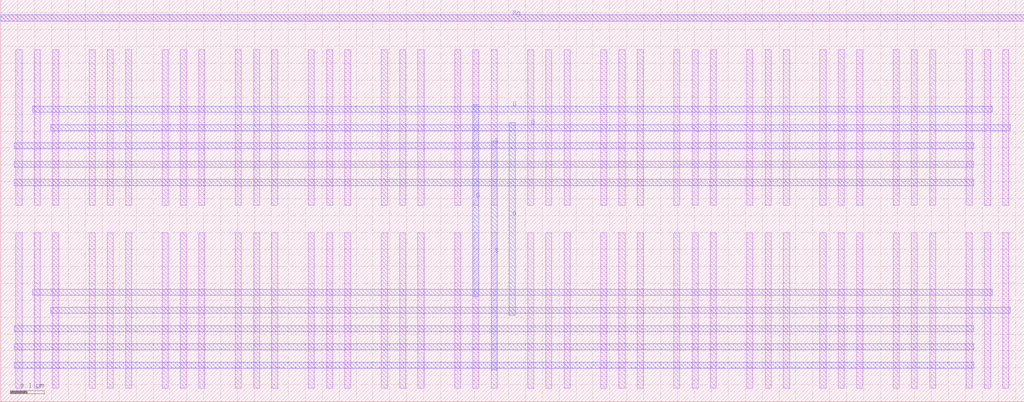
<source format=lef>
MACRO Switch_NMOS_n12_X3_Y3
  ORIGIN 0 0 ;
  FOREIGN Switch_NMOS_n12_X3_Y3 0 0 ;
  SIZE 1.296 BY 1.728 ;
  PIN S
    DIRECTION INOUT ;
    USE SIGNAL ;
    PORT
      LAYER M2 ;
        RECT 0.040 0.099 1.148 0.117 ;
      LAYER M2 ;
        RECT 0.040 0.153 1.148 0.171 ;
      LAYER M2 ;
        RECT 0.040 0.207 1.148 0.225 ;
      LAYER M2 ;
        RECT 0.040 0.639 1.148 0.657 ;
      LAYER M2 ;
        RECT 0.040 0.693 1.148 0.711 ;
      LAYER M2 ;
        RECT 0.040 0.747 1.148 0.765 ;
      LAYER M2 ;
        RECT 0.040 1.179 1.148 1.197 ;
      LAYER M2 ;
        RECT 0.040 1.233 1.148 1.251 ;
      LAYER M2 ;
        RECT 0.040 1.287 1.148 1.305 ;
      LAYER M3 ;
        RECT 0.585 0.094 0.603 1.310 ;
    END
  END S
  PIN D
    DIRECTION INOUT ;
    USE SIGNAL ;
    PORT
      LAYER M2 ;
        RECT 0.148 0.261 1.256 0.279 ;
      LAYER M2 ;
        RECT 0.148 0.801 1.256 0.819 ;
      LAYER M2 ;
        RECT 0.148 1.341 1.256 1.359 ;
      LAYER M3 ;
        RECT 0.639 0.256 0.657 1.364 ;
    END
  END D
  PIN G
    DIRECTION INOUT ;
    USE SIGNAL ;
    PORT
      LAYER M2 ;
        RECT 0.094 0.315 1.202 0.333 ;
      LAYER M2 ;
        RECT 0.094 0.855 1.202 0.873 ;
      LAYER M2 ;
        RECT 0.094 1.395 1.202 1.413 ;
      LAYER M3 ;
        RECT 0.531 0.310 0.549 1.418 ;
    END
  END G
  PIN Bg
    DIRECTION INOUT ;
    USE SIGNAL ;
    PORT
      LAYER M2 ;
        RECT 0.0 1.665 1.296 1.683 ;
    END
  END Bg
  OBS
    LAYER M1 ;
      RECT 0.0 1.665 1.296 1.683 ;
    LAYER M1 ;
      RECT 0.099 0.040 0.117 0.500 ;
    LAYER M1 ;
      RECT 0.099 0.580 0.117 1.040 ;
    LAYER M1 ;
      RECT 0.099 1.120 0.117 1.580 ;
    LAYER M1 ;
      RECT 0.315 0.040 0.333 0.500 ;
    LAYER M1 ;
      RECT 0.315 0.580 0.333 1.040 ;
    LAYER M1 ;
      RECT 0.315 1.120 0.333 1.580 ;
    LAYER M1 ;
      RECT 0.531 0.040 0.549 0.500 ;
    LAYER M1 ;
      RECT 0.531 0.580 0.549 1.040 ;
    LAYER M1 ;
      RECT 0.531 1.120 0.549 1.580 ;
    LAYER M1 ;
      RECT 0.747 0.040 0.765 0.500 ;
    LAYER M1 ;
      RECT 0.747 0.580 0.765 1.040 ;
    LAYER M1 ;
      RECT 0.747 1.120 0.765 1.580 ;
    LAYER M1 ;
      RECT 0.963 0.040 0.981 0.500 ;
    LAYER M1 ;
      RECT 0.963 0.580 0.981 1.040 ;
    LAYER M1 ;
      RECT 0.963 1.120 0.981 1.580 ;
    LAYER M1 ;
      RECT 1.179 0.040 1.197 0.500 ;
    LAYER M1 ;
      RECT 1.179 0.580 1.197 1.040 ;
    LAYER M1 ;
      RECT 1.179 1.120 1.197 1.580 ;
    LAYER M1 ;
      RECT 0.045 0.040 0.063 0.500 ;
    LAYER M1 ;
      RECT 0.045 0.580 0.063 1.040 ;
    LAYER M1 ;
      RECT 0.045 1.120 0.063 1.580 ;
    LAYER M1 ;
      RECT 0.261 0.040 0.279 0.500 ;
    LAYER M1 ;
      RECT 0.261 0.580 0.279 1.040 ;
    LAYER M1 ;
      RECT 0.261 1.120 0.279 1.580 ;
    LAYER M1 ;
      RECT 0.477 0.040 0.495 0.500 ;
    LAYER M1 ;
      RECT 0.477 0.580 0.495 1.040 ;
    LAYER M1 ;
      RECT 0.477 1.120 0.495 1.580 ;
    LAYER M1 ;
      RECT 0.693 0.040 0.711 0.500 ;
    LAYER M1 ;
      RECT 0.693 0.580 0.711 1.040 ;
    LAYER M1 ;
      RECT 0.693 1.120 0.711 1.580 ;
    LAYER M1 ;
      RECT 0.909 0.040 0.927 0.500 ;
    LAYER M1 ;
      RECT 0.909 0.580 0.927 1.040 ;
    LAYER M1 ;
      RECT 0.909 1.120 0.927 1.580 ;
    LAYER M1 ;
      RECT 1.125 0.040 1.143 0.500 ;
    LAYER M1 ;
      RECT 1.125 0.580 1.143 1.040 ;
    LAYER M1 ;
      RECT 1.125 1.120 1.143 1.580 ;
    LAYER M1 ;
      RECT 0.153 0.040 0.171 0.500 ;
    LAYER M1 ;
      RECT 0.153 0.580 0.171 1.040 ;
    LAYER M1 ;
      RECT 0.153 1.120 0.171 1.580 ;
    LAYER M1 ;
      RECT 0.369 0.040 0.387 0.500 ;
    LAYER M1 ;
      RECT 0.369 0.580 0.387 1.040 ;
    LAYER M1 ;
      RECT 0.369 1.120 0.387 1.580 ;
    LAYER M1 ;
      RECT 0.585 0.040 0.603 0.500 ;
    LAYER M1 ;
      RECT 0.585 0.580 0.603 1.040 ;
    LAYER M1 ;
      RECT 0.585 1.120 0.603 1.580 ;
    LAYER M1 ;
      RECT 0.801 0.040 0.819 0.500 ;
    LAYER M1 ;
      RECT 0.801 0.580 0.819 1.040 ;
    LAYER M1 ;
      RECT 0.801 1.120 0.819 1.580 ;
    LAYER M1 ;
      RECT 1.017 0.040 1.035 0.500 ;
    LAYER M1 ;
      RECT 1.017 0.580 1.035 1.040 ;
    LAYER M1 ;
      RECT 1.017 1.120 1.035 1.580 ;
    LAYER M1 ;
      RECT 1.233 0.040 1.251 0.500 ;
    LAYER M1 ;
      RECT 1.233 0.580 1.251 1.040 ;
    LAYER M1 ;
      RECT 1.233 1.120 1.251 1.580 ;
  END
END Switch_NMOS_n12_X3_Y3
MACRO Switch_NMOS_n12_X4_Y2
  ORIGIN 0 0 ;
  FOREIGN Switch_NMOS_n12_X4_Y2 0 0 ;
  SIZE 1.728 BY 1.188 ;
  PIN S
    DIRECTION INOUT ;
    USE SIGNAL ;
    PORT
      LAYER M2 ;
        RECT 0.040 0.099 1.580 0.117 ;
      LAYER M2 ;
        RECT 0.040 0.153 1.580 0.171 ;
      LAYER M2 ;
        RECT 0.040 0.207 1.580 0.225 ;
      LAYER M2 ;
        RECT 0.040 0.639 1.580 0.657 ;
      LAYER M2 ;
        RECT 0.040 0.693 1.580 0.711 ;
      LAYER M2 ;
        RECT 0.040 0.747 1.580 0.765 ;
      LAYER M3 ;
        RECT 0.801 0.094 0.819 0.770 ;
    END
  END S
  PIN D
    DIRECTION INOUT ;
    USE SIGNAL ;
    PORT
      LAYER M2 ;
        RECT 0.148 0.261 1.688 0.279 ;
      LAYER M2 ;
        RECT 0.148 0.801 1.688 0.819 ;
      LAYER M3 ;
        RECT 0.855 0.256 0.873 0.824 ;
    END
  END D
  PIN G
    DIRECTION INOUT ;
    USE SIGNAL ;
    PORT
      LAYER M2 ;
        RECT 0.094 0.315 1.634 0.333 ;
      LAYER M2 ;
        RECT 0.094 0.855 1.634 0.873 ;
      LAYER M3 ;
        RECT 0.747 0.310 0.765 0.878 ;
    END
  END G
  PIN Bg
    DIRECTION INOUT ;
    USE SIGNAL ;
    PORT
      LAYER M2 ;
        RECT 0.0 1.125 1.728 1.143 ;
    END
  END Bg
  OBS
    LAYER M1 ;
      RECT 0.0 1.125 1.728 1.143 ;
    LAYER M1 ;
      RECT 0.099 0.040 0.117 0.500 ;
    LAYER M1 ;
      RECT 0.099 0.580 0.117 1.040 ;
    LAYER M1 ;
      RECT 0.315 0.040 0.333 0.500 ;
    LAYER M1 ;
      RECT 0.315 0.580 0.333 1.040 ;
    LAYER M1 ;
      RECT 0.531 0.040 0.549 0.500 ;
    LAYER M1 ;
      RECT 0.531 0.580 0.549 1.040 ;
    LAYER M1 ;
      RECT 0.747 0.040 0.765 0.500 ;
    LAYER M1 ;
      RECT 0.747 0.580 0.765 1.040 ;
    LAYER M1 ;
      RECT 0.963 0.040 0.981 0.500 ;
    LAYER M1 ;
      RECT 0.963 0.580 0.981 1.040 ;
    LAYER M1 ;
      RECT 1.179 0.040 1.197 0.500 ;
    LAYER M1 ;
      RECT 1.179 0.580 1.197 1.040 ;
    LAYER M1 ;
      RECT 1.395 0.040 1.413 0.500 ;
    LAYER M1 ;
      RECT 1.395 0.580 1.413 1.040 ;
    LAYER M1 ;
      RECT 1.611 0.040 1.629 0.500 ;
    LAYER M1 ;
      RECT 1.611 0.580 1.629 1.040 ;
    LAYER M1 ;
      RECT 0.045 0.040 0.063 0.500 ;
    LAYER M1 ;
      RECT 0.045 0.580 0.063 1.040 ;
    LAYER M1 ;
      RECT 0.261 0.040 0.279 0.500 ;
    LAYER M1 ;
      RECT 0.261 0.580 0.279 1.040 ;
    LAYER M1 ;
      RECT 0.477 0.040 0.495 0.500 ;
    LAYER M1 ;
      RECT 0.477 0.580 0.495 1.040 ;
    LAYER M1 ;
      RECT 0.693 0.040 0.711 0.500 ;
    LAYER M1 ;
      RECT 0.693 0.580 0.711 1.040 ;
    LAYER M1 ;
      RECT 0.909 0.040 0.927 0.500 ;
    LAYER M1 ;
      RECT 0.909 0.580 0.927 1.040 ;
    LAYER M1 ;
      RECT 1.125 0.040 1.143 0.500 ;
    LAYER M1 ;
      RECT 1.125 0.580 1.143 1.040 ;
    LAYER M1 ;
      RECT 1.341 0.040 1.359 0.500 ;
    LAYER M1 ;
      RECT 1.341 0.580 1.359 1.040 ;
    LAYER M1 ;
      RECT 1.557 0.040 1.575 0.500 ;
    LAYER M1 ;
      RECT 1.557 0.580 1.575 1.040 ;
    LAYER M1 ;
      RECT 0.153 0.040 0.171 0.500 ;
    LAYER M1 ;
      RECT 0.153 0.580 0.171 1.040 ;
    LAYER M1 ;
      RECT 0.369 0.040 0.387 0.500 ;
    LAYER M1 ;
      RECT 0.369 0.580 0.387 1.040 ;
    LAYER M1 ;
      RECT 0.585 0.040 0.603 0.500 ;
    LAYER M1 ;
      RECT 0.585 0.580 0.603 1.040 ;
    LAYER M1 ;
      RECT 0.801 0.040 0.819 0.500 ;
    LAYER M1 ;
      RECT 0.801 0.580 0.819 1.040 ;
    LAYER M1 ;
      RECT 1.017 0.040 1.035 0.500 ;
    LAYER M1 ;
      RECT 1.017 0.580 1.035 1.040 ;
    LAYER M1 ;
      RECT 1.233 0.040 1.251 0.500 ;
    LAYER M1 ;
      RECT 1.233 0.580 1.251 1.040 ;
    LAYER M1 ;
      RECT 1.449 0.040 1.467 0.500 ;
    LAYER M1 ;
      RECT 1.449 0.580 1.467 1.040 ;
    LAYER M1 ;
      RECT 1.665 0.040 1.683 0.500 ;
    LAYER M1 ;
      RECT 1.665 0.580 1.683 1.040 ;
  END
END Switch_NMOS_n12_X4_Y2
MACRO Switch_NMOS_n12_X7_Y2
  ORIGIN 0 0 ;
  FOREIGN Switch_NMOS_n12_X7_Y2 0 0 ;
  SIZE 3.024 BY 1.188 ;
  PIN S
    DIRECTION INOUT ;
    USE SIGNAL ;
    PORT
      LAYER M2 ;
        RECT 0.040 0.099 2.876 0.117 ;
      LAYER M2 ;
        RECT 0.040 0.153 2.876 0.171 ;
      LAYER M2 ;
        RECT 0.040 0.207 2.876 0.225 ;
      LAYER M2 ;
        RECT 0.040 0.639 2.876 0.657 ;
      LAYER M2 ;
        RECT 0.040 0.693 2.876 0.711 ;
      LAYER M2 ;
        RECT 0.040 0.747 2.876 0.765 ;
      LAYER M3 ;
        RECT 1.449 0.094 1.467 0.770 ;
    END
  END S
  PIN D
    DIRECTION INOUT ;
    USE SIGNAL ;
    PORT
      LAYER M2 ;
        RECT 0.148 0.261 2.984 0.279 ;
      LAYER M2 ;
        RECT 0.148 0.801 2.984 0.819 ;
      LAYER M3 ;
        RECT 1.503 0.256 1.521 0.824 ;
    END
  END D
  PIN G
    DIRECTION INOUT ;
    USE SIGNAL ;
    PORT
      LAYER M2 ;
        RECT 0.094 0.315 2.930 0.333 ;
      LAYER M2 ;
        RECT 0.094 0.855 2.930 0.873 ;
      LAYER M3 ;
        RECT 1.395 0.310 1.413 0.878 ;
    END
  END G
  PIN Bg
    DIRECTION INOUT ;
    USE SIGNAL ;
    PORT
      LAYER M2 ;
        RECT 0.0 1.125 3.024 1.143 ;
    END
  END Bg
  OBS
    LAYER M1 ;
      RECT 0.0 1.125 3.024 1.143 ;
    LAYER M1 ;
      RECT 0.099 0.040 0.117 0.500 ;
    LAYER M1 ;
      RECT 0.099 0.580 0.117 1.040 ;
    LAYER M1 ;
      RECT 0.315 0.040 0.333 0.500 ;
    LAYER M1 ;
      RECT 0.315 0.580 0.333 1.040 ;
    LAYER M1 ;
      RECT 0.531 0.040 0.549 0.500 ;
    LAYER M1 ;
      RECT 0.531 0.580 0.549 1.040 ;
    LAYER M1 ;
      RECT 0.747 0.040 0.765 0.500 ;
    LAYER M1 ;
      RECT 0.747 0.580 0.765 1.040 ;
    LAYER M1 ;
      RECT 0.963 0.040 0.981 0.500 ;
    LAYER M1 ;
      RECT 0.963 0.580 0.981 1.040 ;
    LAYER M1 ;
      RECT 1.179 0.040 1.197 0.500 ;
    LAYER M1 ;
      RECT 1.179 0.580 1.197 1.040 ;
    LAYER M1 ;
      RECT 1.395 0.040 1.413 0.500 ;
    LAYER M1 ;
      RECT 1.395 0.580 1.413 1.040 ;
    LAYER M1 ;
      RECT 1.611 0.040 1.629 0.500 ;
    LAYER M1 ;
      RECT 1.611 0.580 1.629 1.040 ;
    LAYER M1 ;
      RECT 1.827 0.040 1.845 0.500 ;
    LAYER M1 ;
      RECT 1.827 0.580 1.845 1.040 ;
    LAYER M1 ;
      RECT 2.043 0.040 2.061 0.500 ;
    LAYER M1 ;
      RECT 2.043 0.580 2.061 1.040 ;
    LAYER M1 ;
      RECT 2.259 0.040 2.277 0.500 ;
    LAYER M1 ;
      RECT 2.259 0.580 2.277 1.040 ;
    LAYER M1 ;
      RECT 2.475 0.040 2.493 0.500 ;
    LAYER M1 ;
      RECT 2.475 0.580 2.493 1.040 ;
    LAYER M1 ;
      RECT 2.691 0.040 2.709 0.500 ;
    LAYER M1 ;
      RECT 2.691 0.580 2.709 1.040 ;
    LAYER M1 ;
      RECT 2.907 0.040 2.925 0.500 ;
    LAYER M1 ;
      RECT 2.907 0.580 2.925 1.040 ;
    LAYER M1 ;
      RECT 0.045 0.040 0.063 0.500 ;
    LAYER M1 ;
      RECT 0.045 0.580 0.063 1.040 ;
    LAYER M1 ;
      RECT 0.261 0.040 0.279 0.500 ;
    LAYER M1 ;
      RECT 0.261 0.580 0.279 1.040 ;
    LAYER M1 ;
      RECT 0.477 0.040 0.495 0.500 ;
    LAYER M1 ;
      RECT 0.477 0.580 0.495 1.040 ;
    LAYER M1 ;
      RECT 0.693 0.040 0.711 0.500 ;
    LAYER M1 ;
      RECT 0.693 0.580 0.711 1.040 ;
    LAYER M1 ;
      RECT 0.909 0.040 0.927 0.500 ;
    LAYER M1 ;
      RECT 0.909 0.580 0.927 1.040 ;
    LAYER M1 ;
      RECT 1.125 0.040 1.143 0.500 ;
    LAYER M1 ;
      RECT 1.125 0.580 1.143 1.040 ;
    LAYER M1 ;
      RECT 1.341 0.040 1.359 0.500 ;
    LAYER M1 ;
      RECT 1.341 0.580 1.359 1.040 ;
    LAYER M1 ;
      RECT 1.557 0.040 1.575 0.500 ;
    LAYER M1 ;
      RECT 1.557 0.580 1.575 1.040 ;
    LAYER M1 ;
      RECT 1.773 0.040 1.791 0.500 ;
    LAYER M1 ;
      RECT 1.773 0.580 1.791 1.040 ;
    LAYER M1 ;
      RECT 1.989 0.040 2.007 0.500 ;
    LAYER M1 ;
      RECT 1.989 0.580 2.007 1.040 ;
    LAYER M1 ;
      RECT 2.205 0.040 2.223 0.500 ;
    LAYER M1 ;
      RECT 2.205 0.580 2.223 1.040 ;
    LAYER M1 ;
      RECT 2.421 0.040 2.439 0.500 ;
    LAYER M1 ;
      RECT 2.421 0.580 2.439 1.040 ;
    LAYER M1 ;
      RECT 2.637 0.040 2.655 0.500 ;
    LAYER M1 ;
      RECT 2.637 0.580 2.655 1.040 ;
    LAYER M1 ;
      RECT 2.853 0.040 2.871 0.500 ;
    LAYER M1 ;
      RECT 2.853 0.580 2.871 1.040 ;
    LAYER M1 ;
      RECT 0.153 0.040 0.171 0.500 ;
    LAYER M1 ;
      RECT 0.153 0.580 0.171 1.040 ;
    LAYER M1 ;
      RECT 0.369 0.040 0.387 0.500 ;
    LAYER M1 ;
      RECT 0.369 0.580 0.387 1.040 ;
    LAYER M1 ;
      RECT 0.585 0.040 0.603 0.500 ;
    LAYER M1 ;
      RECT 0.585 0.580 0.603 1.040 ;
    LAYER M1 ;
      RECT 0.801 0.040 0.819 0.500 ;
    LAYER M1 ;
      RECT 0.801 0.580 0.819 1.040 ;
    LAYER M1 ;
      RECT 1.017 0.040 1.035 0.500 ;
    LAYER M1 ;
      RECT 1.017 0.580 1.035 1.040 ;
    LAYER M1 ;
      RECT 1.233 0.040 1.251 0.500 ;
    LAYER M1 ;
      RECT 1.233 0.580 1.251 1.040 ;
    LAYER M1 ;
      RECT 1.449 0.040 1.467 0.500 ;
    LAYER M1 ;
      RECT 1.449 0.580 1.467 1.040 ;
    LAYER M1 ;
      RECT 1.665 0.040 1.683 0.500 ;
    LAYER M1 ;
      RECT 1.665 0.580 1.683 1.040 ;
    LAYER M1 ;
      RECT 1.881 0.040 1.899 0.500 ;
    LAYER M1 ;
      RECT 1.881 0.580 1.899 1.040 ;
    LAYER M1 ;
      RECT 2.097 0.040 2.115 0.500 ;
    LAYER M1 ;
      RECT 2.097 0.580 2.115 1.040 ;
    LAYER M1 ;
      RECT 2.313 0.040 2.331 0.500 ;
    LAYER M1 ;
      RECT 2.313 0.580 2.331 1.040 ;
    LAYER M1 ;
      RECT 2.529 0.040 2.547 0.500 ;
    LAYER M1 ;
      RECT 2.529 0.580 2.547 1.040 ;
    LAYER M1 ;
      RECT 2.745 0.040 2.763 0.500 ;
    LAYER M1 ;
      RECT 2.745 0.580 2.763 1.040 ;
    LAYER M1 ;
      RECT 2.961 0.040 2.979 0.500 ;
    LAYER M1 ;
      RECT 2.961 0.580 2.979 1.040 ;
  END
END Switch_NMOS_n12_X7_Y2
MACRO Switch_PMOS_n12_X5_Y1
  ORIGIN 0 0 ;
  FOREIGN Switch_PMOS_n12_X5_Y1 0 0 ;
  SIZE 2.160 BY 0.648 ;
  PIN S
    DIRECTION INOUT ;
    USE SIGNAL ;
    PORT
      LAYER M2 ;
        RECT 0.040 0.099 2.012 0.117 ;
      LAYER M2 ;
        RECT 0.040 0.153 2.012 0.171 ;
      LAYER M2 ;
        RECT 0.040 0.207 2.012 0.225 ;
      LAYER M3 ;
        RECT 1.017 0.094 1.035 0.446 ;
    END
  END S
  PIN D
    DIRECTION INOUT ;
    USE SIGNAL ;
    PORT
      LAYER M2 ;
        RECT 0.148 0.261 2.120 0.279 ;
      LAYER M3 ;
        RECT 1.071 0.094 1.089 0.446 ;
    END
  END D
  PIN G
    DIRECTION INOUT ;
    USE SIGNAL ;
    PORT
      LAYER M2 ;
        RECT 0.094 0.315 2.066 0.333 ;
      LAYER M3 ;
        RECT 0.963 0.094 0.981 0.446 ;
    END
  END G
  PIN Bg
    DIRECTION INOUT ;
    USE SIGNAL ;
    PORT
      LAYER M2 ;
        RECT 0.0 0.585 2.16 0.603 ;
    END
  END Bg
  OBS
    LAYER M1 ;
      RECT 0.0 0.585 2.16 0.603 ;
    LAYER M1 ;
      RECT 0.099 0.040 0.117 0.500 ;
    LAYER M1 ;
      RECT 0.315 0.040 0.333 0.500 ;
    LAYER M1 ;
      RECT 0.531 0.040 0.549 0.500 ;
    LAYER M1 ;
      RECT 0.747 0.040 0.765 0.500 ;
    LAYER M1 ;
      RECT 0.963 0.040 0.981 0.500 ;
    LAYER M1 ;
      RECT 1.179 0.040 1.197 0.500 ;
    LAYER M1 ;
      RECT 1.395 0.040 1.413 0.500 ;
    LAYER M1 ;
      RECT 1.611 0.040 1.629 0.500 ;
    LAYER M1 ;
      RECT 1.827 0.040 1.845 0.500 ;
    LAYER M1 ;
      RECT 2.043 0.040 2.061 0.500 ;
    LAYER M1 ;
      RECT 0.045 0.040 0.063 0.500 ;
    LAYER M1 ;
      RECT 0.261 0.040 0.279 0.500 ;
    LAYER M1 ;
      RECT 0.477 0.040 0.495 0.500 ;
    LAYER M1 ;
      RECT 0.693 0.040 0.711 0.500 ;
    LAYER M1 ;
      RECT 0.909 0.040 0.927 0.500 ;
    LAYER M1 ;
      RECT 1.125 0.040 1.143 0.500 ;
    LAYER M1 ;
      RECT 1.341 0.040 1.359 0.500 ;
    LAYER M1 ;
      RECT 1.557 0.040 1.575 0.500 ;
    LAYER M1 ;
      RECT 1.773 0.040 1.791 0.500 ;
    LAYER M1 ;
      RECT 1.989 0.040 2.007 0.500 ;
    LAYER M1 ;
      RECT 0.153 0.040 0.171 0.500 ;
    LAYER M1 ;
      RECT 0.369 0.040 0.387 0.500 ;
    LAYER M1 ;
      RECT 0.585 0.040 0.603 0.500 ;
    LAYER M1 ;
      RECT 0.801 0.040 0.819 0.500 ;
    LAYER M1 ;
      RECT 1.017 0.040 1.035 0.500 ;
    LAYER M1 ;
      RECT 1.233 0.040 1.251 0.500 ;
    LAYER M1 ;
      RECT 1.449 0.040 1.467 0.500 ;
    LAYER M1 ;
      RECT 1.665 0.040 1.683 0.500 ;
    LAYER M1 ;
      RECT 1.881 0.040 1.899 0.500 ;
    LAYER M1 ;
      RECT 2.097 0.040 2.115 0.500 ;
  END
END Switch_PMOS_n12_X5_Y1
MACRO Switch_PMOS_n12_X5_Y2
  ORIGIN 0 0 ;
  FOREIGN Switch_PMOS_n12_X5_Y2 0 0 ;
  SIZE 2.160 BY 1.188 ;
  PIN S
    DIRECTION INOUT ;
    USE SIGNAL ;
    PORT
      LAYER M2 ;
        RECT 0.040 0.099 2.012 0.117 ;
      LAYER M2 ;
        RECT 0.040 0.153 2.012 0.171 ;
      LAYER M2 ;
        RECT 0.040 0.207 2.012 0.225 ;
      LAYER M2 ;
        RECT 0.040 0.639 2.012 0.657 ;
      LAYER M2 ;
        RECT 0.040 0.693 2.012 0.711 ;
      LAYER M2 ;
        RECT 0.040 0.747 2.012 0.765 ;
      LAYER M3 ;
        RECT 1.017 0.094 1.035 0.770 ;
    END
  END S
  PIN D
    DIRECTION INOUT ;
    USE SIGNAL ;
    PORT
      LAYER M2 ;
        RECT 0.148 0.261 2.120 0.279 ;
      LAYER M2 ;
        RECT 0.148 0.801 2.120 0.819 ;
      LAYER M3 ;
        RECT 1.071 0.256 1.089 0.824 ;
    END
  END D
  PIN G
    DIRECTION INOUT ;
    USE SIGNAL ;
    PORT
      LAYER M2 ;
        RECT 0.094 0.315 2.066 0.333 ;
      LAYER M2 ;
        RECT 0.094 0.855 2.066 0.873 ;
      LAYER M3 ;
        RECT 0.963 0.310 0.981 0.878 ;
    END
  END G
  PIN Bg
    DIRECTION INOUT ;
    USE SIGNAL ;
    PORT
      LAYER M2 ;
        RECT 0.0 1.125 2.16 1.143 ;
    END
  END Bg
  OBS
    LAYER M1 ;
      RECT 0.0 1.125 2.16 1.143 ;
    LAYER M1 ;
      RECT 0.099 0.040 0.117 0.500 ;
    LAYER M1 ;
      RECT 0.099 0.580 0.117 1.040 ;
    LAYER M1 ;
      RECT 0.315 0.040 0.333 0.500 ;
    LAYER M1 ;
      RECT 0.315 0.580 0.333 1.040 ;
    LAYER M1 ;
      RECT 0.531 0.040 0.549 0.500 ;
    LAYER M1 ;
      RECT 0.531 0.580 0.549 1.040 ;
    LAYER M1 ;
      RECT 0.747 0.040 0.765 0.500 ;
    LAYER M1 ;
      RECT 0.747 0.580 0.765 1.040 ;
    LAYER M1 ;
      RECT 0.963 0.040 0.981 0.500 ;
    LAYER M1 ;
      RECT 0.963 0.580 0.981 1.040 ;
    LAYER M1 ;
      RECT 1.179 0.040 1.197 0.500 ;
    LAYER M1 ;
      RECT 1.179 0.580 1.197 1.040 ;
    LAYER M1 ;
      RECT 1.395 0.040 1.413 0.500 ;
    LAYER M1 ;
      RECT 1.395 0.580 1.413 1.040 ;
    LAYER M1 ;
      RECT 1.611 0.040 1.629 0.500 ;
    LAYER M1 ;
      RECT 1.611 0.580 1.629 1.040 ;
    LAYER M1 ;
      RECT 1.827 0.040 1.845 0.500 ;
    LAYER M1 ;
      RECT 1.827 0.580 1.845 1.040 ;
    LAYER M1 ;
      RECT 2.043 0.040 2.061 0.500 ;
    LAYER M1 ;
      RECT 2.043 0.580 2.061 1.040 ;
    LAYER M1 ;
      RECT 0.045 0.040 0.063 0.500 ;
    LAYER M1 ;
      RECT 0.045 0.580 0.063 1.040 ;
    LAYER M1 ;
      RECT 0.261 0.040 0.279 0.500 ;
    LAYER M1 ;
      RECT 0.261 0.580 0.279 1.040 ;
    LAYER M1 ;
      RECT 0.477 0.040 0.495 0.500 ;
    LAYER M1 ;
      RECT 0.477 0.580 0.495 1.040 ;
    LAYER M1 ;
      RECT 0.693 0.040 0.711 0.500 ;
    LAYER M1 ;
      RECT 0.693 0.580 0.711 1.040 ;
    LAYER M1 ;
      RECT 0.909 0.040 0.927 0.500 ;
    LAYER M1 ;
      RECT 0.909 0.580 0.927 1.040 ;
    LAYER M1 ;
      RECT 1.125 0.040 1.143 0.500 ;
    LAYER M1 ;
      RECT 1.125 0.580 1.143 1.040 ;
    LAYER M1 ;
      RECT 1.341 0.040 1.359 0.500 ;
    LAYER M1 ;
      RECT 1.341 0.580 1.359 1.040 ;
    LAYER M1 ;
      RECT 1.557 0.040 1.575 0.500 ;
    LAYER M1 ;
      RECT 1.557 0.580 1.575 1.040 ;
    LAYER M1 ;
      RECT 1.773 0.040 1.791 0.500 ;
    LAYER M1 ;
      RECT 1.773 0.580 1.791 1.040 ;
    LAYER M1 ;
      RECT 1.989 0.040 2.007 0.500 ;
    LAYER M1 ;
      RECT 1.989 0.580 2.007 1.040 ;
    LAYER M1 ;
      RECT 0.153 0.040 0.171 0.500 ;
    LAYER M1 ;
      RECT 0.153 0.580 0.171 1.040 ;
    LAYER M1 ;
      RECT 0.369 0.040 0.387 0.500 ;
    LAYER M1 ;
      RECT 0.369 0.580 0.387 1.040 ;
    LAYER M1 ;
      RECT 0.585 0.040 0.603 0.500 ;
    LAYER M1 ;
      RECT 0.585 0.580 0.603 1.040 ;
    LAYER M1 ;
      RECT 0.801 0.040 0.819 0.500 ;
    LAYER M1 ;
      RECT 0.801 0.580 0.819 1.040 ;
    LAYER M1 ;
      RECT 1.017 0.040 1.035 0.500 ;
    LAYER M1 ;
      RECT 1.017 0.580 1.035 1.040 ;
    LAYER M1 ;
      RECT 1.233 0.040 1.251 0.500 ;
    LAYER M1 ;
      RECT 1.233 0.580 1.251 1.040 ;
    LAYER M1 ;
      RECT 1.449 0.040 1.467 0.500 ;
    LAYER M1 ;
      RECT 1.449 0.580 1.467 1.040 ;
    LAYER M1 ;
      RECT 1.665 0.040 1.683 0.500 ;
    LAYER M1 ;
      RECT 1.665 0.580 1.683 1.040 ;
    LAYER M1 ;
      RECT 1.881 0.040 1.899 0.500 ;
    LAYER M1 ;
      RECT 1.881 0.580 1.899 1.040 ;
    LAYER M1 ;
      RECT 2.097 0.040 2.115 0.500 ;
    LAYER M1 ;
      RECT 2.097 0.580 2.115 1.040 ;
  END
END Switch_PMOS_n12_X5_Y2

</source>
